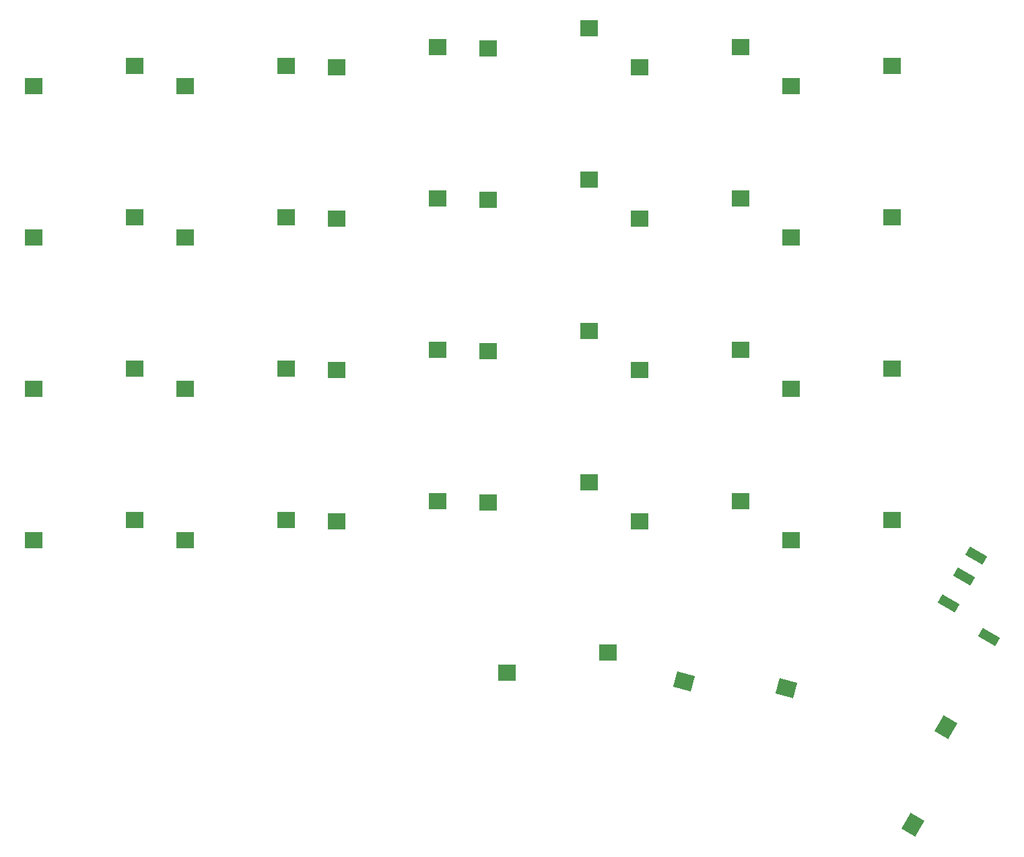
<source format=gbp>
G04 #@! TF.GenerationSoftware,KiCad,Pcbnew,8.0.4*
G04 #@! TF.CreationDate,2024-09-10T03:21:52+03:00*
G04 #@! TF.ProjectId,silakka54,73696c61-6b6b-4613-9534-2e6b69636164,rev?*
G04 #@! TF.SameCoordinates,Original*
G04 #@! TF.FileFunction,Paste,Bot*
G04 #@! TF.FilePolarity,Positive*
%FSLAX46Y46*%
G04 Gerber Fmt 4.6, Leading zero omitted, Abs format (unit mm)*
G04 Created by KiCad (PCBNEW 8.0.4) date 2024-09-10 03:21:52*
%MOMM*%
%LPD*%
G01*
G04 APERTURE LIST*
G04 Aperture macros list*
%AMRotRect*
0 Rectangle, with rotation*
0 The origin of the aperture is its center*
0 $1 length*
0 $2 width*
0 $3 Rotation angle, in degrees counterclockwise*
0 Add horizontal line*
21,1,$1,$2,0,0,$3*%
G04 Aperture macros list end*
%ADD10R,2.300000X2.000000*%
%ADD11RotRect,2.300000X2.000000X165.000000*%
%ADD12RotRect,2.300000X2.000000X60.000000*%
%ADD13RotRect,1.200000X2.500000X240.000000*%
G04 APERTURE END LIST*
D10*
G04 #@! TO.C,S25*
X92750000Y-111720000D03*
X105450000Y-109180000D03*
G04 #@! TD*
G04 #@! TO.C,S11*
X109418750Y-54570000D03*
X122118750Y-52030000D03*
G04 #@! TD*
G04 #@! TO.C,S5*
X109418750Y-35520000D03*
X122118750Y-32980000D03*
G04 #@! TD*
G04 #@! TO.C,S6*
X128468750Y-37901250D03*
X141168750Y-35361250D03*
G04 #@! TD*
G04 #@! TO.C,S10*
X90368750Y-52188750D03*
X103068750Y-49648750D03*
G04 #@! TD*
G04 #@! TO.C,S23*
X109418750Y-92670000D03*
X122118750Y-90130000D03*
G04 #@! TD*
G04 #@! TO.C,S3*
X71318750Y-35520000D03*
X84018750Y-32980000D03*
G04 #@! TD*
D11*
G04 #@! TO.C,S26*
X115005022Y-112777428D03*
X127929681Y-113610978D03*
G04 #@! TD*
D10*
G04 #@! TO.C,S17*
X109418750Y-73620000D03*
X122118750Y-71080000D03*
G04 #@! TD*
G04 #@! TO.C,S8*
X52268750Y-56951250D03*
X64968750Y-54411250D03*
G04 #@! TD*
G04 #@! TO.C,S13*
X33218750Y-76001250D03*
X45918750Y-73461250D03*
G04 #@! TD*
G04 #@! TO.C,S16*
X90368750Y-71238750D03*
X103068750Y-68698750D03*
G04 #@! TD*
D12*
G04 #@! TO.C,S27*
X147963096Y-118539072D03*
X143812800Y-130807595D03*
G04 #@! TD*
D10*
G04 #@! TO.C,S14*
X52268750Y-76001250D03*
X64968750Y-73461250D03*
G04 #@! TD*
G04 #@! TO.C,S7*
X33218750Y-56951250D03*
X45918750Y-54411250D03*
G04 #@! TD*
G04 #@! TO.C,S22*
X90368750Y-90288750D03*
X103068750Y-87748750D03*
G04 #@! TD*
G04 #@! TO.C,S19*
X33218750Y-95051250D03*
X45918750Y-92511250D03*
G04 #@! TD*
G04 #@! TO.C,S20*
X52268750Y-95051250D03*
X64968750Y-92511250D03*
G04 #@! TD*
G04 #@! TO.C,S2*
X52268750Y-37901250D03*
X64968750Y-35361250D03*
G04 #@! TD*
G04 #@! TO.C,S21*
X71318750Y-92670000D03*
X84018750Y-90130000D03*
G04 #@! TD*
G04 #@! TO.C,S12*
X128468750Y-56951250D03*
X141168750Y-54411250D03*
G04 #@! TD*
G04 #@! TO.C,S18*
X128468750Y-76001250D03*
X141168750Y-73461250D03*
G04 #@! TD*
G04 #@! TO.C,S4*
X90368750Y-33138750D03*
X103068750Y-30598750D03*
G04 #@! TD*
G04 #@! TO.C,S24*
X128468750Y-95051250D03*
X141168750Y-92511250D03*
G04 #@! TD*
G04 #@! TO.C,S9*
X71318750Y-54570000D03*
X84018750Y-52030000D03*
G04 #@! TD*
G04 #@! TO.C,S15*
X71318750Y-73620000D03*
X84018750Y-71080000D03*
G04 #@! TD*
G04 #@! TO.C,S1*
X33218750Y-37901250D03*
X45918750Y-35361250D03*
G04 #@! TD*
D13*
G04 #@! TO.C,J2*
X150285415Y-99558717D03*
X151785418Y-96960642D03*
X153364582Y-107225446D03*
X148285422Y-103022820D03*
G04 #@! TD*
M02*

</source>
